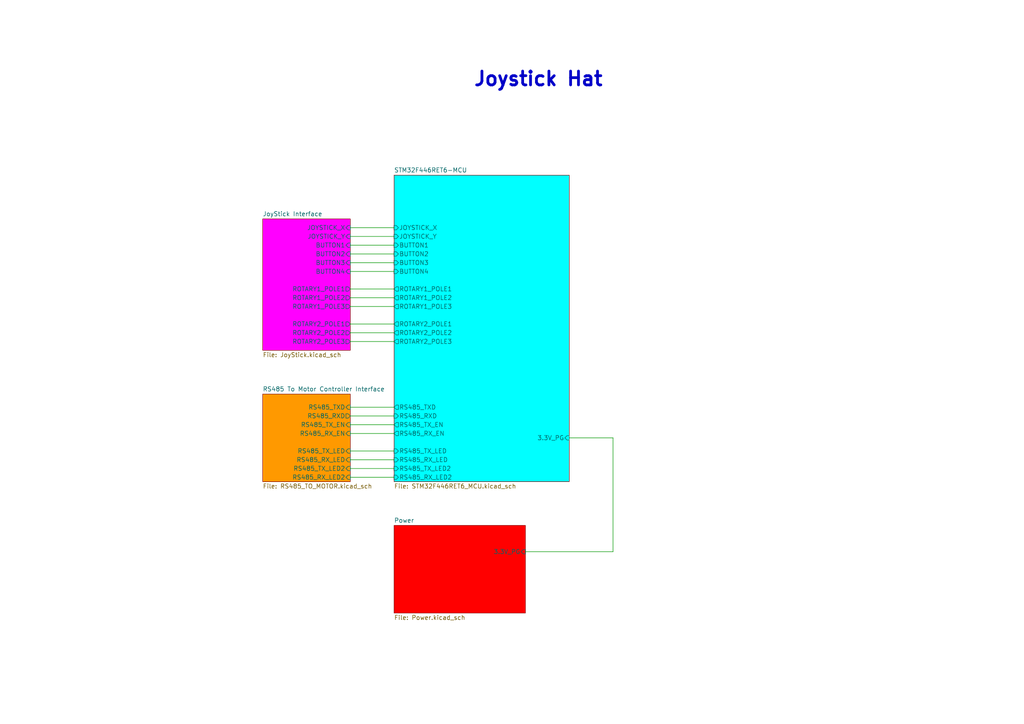
<source format=kicad_sch>
(kicad_sch
	(version 20231120)
	(generator "eeschema")
	(generator_version "8.0")
	(uuid "cf0c81b5-5bdf-47c3-83c0-f6980f515e65")
	(paper "A4")
	(lib_symbols)
	(wire
		(pts
			(xy 177.8 127) (xy 165.1 127)
		)
		(stroke
			(width 0)
			(type default)
		)
		(uuid "02f0fb43-01cb-4626-85c9-9e2e73c733bc")
	)
	(wire
		(pts
			(xy 101.6 138.43) (xy 114.3 138.43)
		)
		(stroke
			(width 0)
			(type default)
		)
		(uuid "11450deb-2669-4517-9ffb-560b76989007")
	)
	(wire
		(pts
			(xy 101.6 83.82) (xy 114.3 83.82)
		)
		(stroke
			(width 0)
			(type default)
		)
		(uuid "2d6e64de-6c2f-425e-bc26-fb43578a734b")
	)
	(wire
		(pts
			(xy 101.6 78.74) (xy 114.3 78.74)
		)
		(stroke
			(width 0)
			(type default)
		)
		(uuid "2d96e2d5-3c69-4908-904b-fbf7d8894604")
	)
	(wire
		(pts
			(xy 101.6 86.36) (xy 114.3 86.36)
		)
		(stroke
			(width 0)
			(type default)
		)
		(uuid "421bdbbb-0d4a-43a7-9a44-5fe932b35aef")
	)
	(wire
		(pts
			(xy 101.6 135.89) (xy 114.3 135.89)
		)
		(stroke
			(width 0)
			(type default)
		)
		(uuid "4f582e21-6f8e-4196-a067-67217011a31b")
	)
	(wire
		(pts
			(xy 101.6 73.66) (xy 114.3 73.66)
		)
		(stroke
			(width 0)
			(type default)
		)
		(uuid "54094dbc-9db7-4ff9-8318-d523e1a45776")
	)
	(wire
		(pts
			(xy 152.4 160.02) (xy 177.8 160.02)
		)
		(stroke
			(width 0)
			(type default)
		)
		(uuid "65026c94-2269-4bd4-af05-4e20724bb3b4")
	)
	(wire
		(pts
			(xy 101.6 71.12) (xy 114.3 71.12)
		)
		(stroke
			(width 0)
			(type default)
		)
		(uuid "6e719d33-98a6-4eb4-b9c1-a2c4bfcc56b8")
	)
	(wire
		(pts
			(xy 101.6 76.2) (xy 114.3 76.2)
		)
		(stroke
			(width 0)
			(type default)
		)
		(uuid "784562e8-84d0-497c-9c19-ebf47593fbde")
	)
	(wire
		(pts
			(xy 177.8 160.02) (xy 177.8 127)
		)
		(stroke
			(width 0)
			(type default)
		)
		(uuid "7deaddaf-b5f1-414b-a39f-7c652e43252d")
	)
	(wire
		(pts
			(xy 101.6 123.19) (xy 114.3 123.19)
		)
		(stroke
			(width 0)
			(type default)
		)
		(uuid "8285f789-732f-4247-9b26-1edb5783dce2")
	)
	(wire
		(pts
			(xy 101.6 133.35) (xy 114.3 133.35)
		)
		(stroke
			(width 0)
			(type default)
		)
		(uuid "858b6487-caac-4dbb-9c51-0e5b8d940145")
	)
	(wire
		(pts
			(xy 101.6 99.06) (xy 114.3 99.06)
		)
		(stroke
			(width 0)
			(type default)
		)
		(uuid "8aa6dbbe-aa12-4a05-9a98-006d1b7e7054")
	)
	(wire
		(pts
			(xy 101.6 118.11) (xy 114.3 118.11)
		)
		(stroke
			(width 0)
			(type default)
		)
		(uuid "8bb60270-3b08-4382-a9fb-05e4210fbced")
	)
	(wire
		(pts
			(xy 101.6 120.65) (xy 114.3 120.65)
		)
		(stroke
			(width 0)
			(type default)
		)
		(uuid "902ab5ab-fd80-48a8-9d35-7a7a41565937")
	)
	(wire
		(pts
			(xy 101.6 130.81) (xy 114.3 130.81)
		)
		(stroke
			(width 0)
			(type default)
		)
		(uuid "92ed87c7-d02f-4389-8deb-71efc3b7b692")
	)
	(wire
		(pts
			(xy 101.6 125.73) (xy 114.3 125.73)
		)
		(stroke
			(width 0)
			(type default)
		)
		(uuid "cd6ac34a-603d-471d-839c-d883e0daebbc")
	)
	(wire
		(pts
			(xy 101.6 66.04) (xy 114.3 66.04)
		)
		(stroke
			(width 0)
			(type default)
		)
		(uuid "ce74e567-af3b-48d1-b969-951ff9fc697d")
	)
	(wire
		(pts
			(xy 101.6 68.58) (xy 114.3 68.58)
		)
		(stroke
			(width 0)
			(type default)
		)
		(uuid "d1230e0b-7b2e-4c8f-b944-02edb45ac468")
	)
	(wire
		(pts
			(xy 101.6 88.9) (xy 114.3 88.9)
		)
		(stroke
			(width 0)
			(type default)
		)
		(uuid "e4069508-da11-416b-9d27-28b6dce61782")
	)
	(wire
		(pts
			(xy 101.6 93.98) (xy 114.3 93.98)
		)
		(stroke
			(width 0)
			(type default)
		)
		(uuid "f9dc7a24-8d9d-4f24-87fe-187536dd8ab5")
	)
	(wire
		(pts
			(xy 101.6 96.52) (xy 114.3 96.52)
		)
		(stroke
			(width 0)
			(type default)
		)
		(uuid "fbe14549-ab53-4597-99a7-bade70984514")
	)
	(text "Joystick Hat"
		(exclude_from_sim no)
		(at 137.16 25.4 0)
		(effects
			(font
				(size 4 4)
				(thickness 0.8)
				(bold yes)
			)
			(justify left bottom)
		)
		(uuid "ecefa86c-4ce4-4c57-8ca4-565873959f53")
	)
	(sheet
		(at 76.2 63.5)
		(size 25.4 38.1)
		(fields_autoplaced yes)
		(stroke
			(width 0.1524)
			(type solid)
		)
		(fill
			(color 255 0 255 1.0000)
		)
		(uuid "657fac1d-f0e2-4536-8020-58a2ff4b82f6")
		(property "Sheetname" "JoyStick Interface"
			(at 76.2 62.7884 0)
			(effects
				(font
					(size 1.27 1.27)
				)
				(justify left bottom)
			)
		)
		(property "Sheetfile" "JoyStick.kicad_sch"
			(at 76.2 102.1846 0)
			(effects
				(font
					(size 1.27 1.27)
				)
				(justify left top)
			)
		)
		(pin "JOYSTICK_X" input
			(at 101.6 66.04 0)
			(effects
				(font
					(size 1.27 1.27)
				)
				(justify right)
			)
			(uuid "8ea38461-ce63-4b32-bc7c-5ff6837ac8fe")
		)
		(pin "JOYSTICK_Y" input
			(at 101.6 68.58 0)
			(effects
				(font
					(size 1.27 1.27)
				)
				(justify right)
			)
			(uuid "42b758ae-7ae0-48cc-88fe-d7ae6435f93a")
		)
		(pin "BUTTON2" input
			(at 101.6 73.66 0)
			(effects
				(font
					(size 1.27 1.27)
				)
				(justify right)
			)
			(uuid "a6210bc2-2771-4354-818b-3c04db7c7d69")
		)
		(pin "BUTTON3" input
			(at 101.6 76.2 0)
			(effects
				(font
					(size 1.27 1.27)
				)
				(justify right)
			)
			(uuid "49310889-c8c3-455e-902a-113db5e78f66")
		)
		(pin "BUTTON4" input
			(at 101.6 78.74 0)
			(effects
				(font
					(size 1.27 1.27)
				)
				(justify right)
			)
			(uuid "239cb8bb-323c-4ce8-9864-11feb5301816")
		)
		(pin "BUTTON1" input
			(at 101.6 71.12 0)
			(effects
				(font
					(size 1.27 1.27)
				)
				(justify right)
			)
			(uuid "cbaf7fef-e395-4383-9c3e-c803826625b3")
		)
		(pin "ROTARY2_POLE1" output
			(at 101.6 93.98 0)
			(effects
				(font
					(size 1.27 1.27)
				)
				(justify right)
			)
			(uuid "aa685638-0a52-49c5-8262-da921b631704")
		)
		(pin "ROTARY1_POLE2" output
			(at 101.6 86.36 0)
			(effects
				(font
					(size 1.27 1.27)
				)
				(justify right)
			)
			(uuid "b265ca1e-1fc2-4b72-9ba9-5aa8ad6cc993")
		)
		(pin "ROTARY2_POLE3" output
			(at 101.6 99.06 0)
			(effects
				(font
					(size 1.27 1.27)
				)
				(justify right)
			)
			(uuid "e330f2de-c093-42b2-8edf-4568486ec392")
		)
		(pin "ROTARY1_POLE1" output
			(at 101.6 83.82 0)
			(effects
				(font
					(size 1.27 1.27)
				)
				(justify right)
			)
			(uuid "197bd868-8460-4735-adce-b79f24e9faf5")
		)
		(pin "ROTARY2_POLE2" output
			(at 101.6 96.52 0)
			(effects
				(font
					(size 1.27 1.27)
				)
				(justify right)
			)
			(uuid "ba281eaf-a38f-469d-9716-89a4f303e54d")
		)
		(pin "ROTARY1_POLE3" output
			(at 101.6 88.9 0)
			(effects
				(font
					(size 1.27 1.27)
				)
				(justify right)
			)
			(uuid "699b118d-ea52-4d8f-86d5-377401b9bcc0")
		)
		(instances
			(project "JoyStick-Hat-V2-Re-Imagined"
				(path "/cf0c81b5-5bdf-47c3-83c0-f6980f515e65"
					(page "7")
				)
			)
		)
	)
	(sheet
		(at 76.2 114.3)
		(size 25.4 25.4)
		(fields_autoplaced yes)
		(stroke
			(width 0.1524)
			(type solid)
		)
		(fill
			(color 255 153 0 1.0000)
		)
		(uuid "82e1f9af-1e5c-4e7f-8d36-34a266d2a8ff")
		(property "Sheetname" "RS485 To Motor Controller Interface"
			(at 76.2 113.5884 0)
			(effects
				(font
					(size 1.27 1.27)
				)
				(justify left bottom)
			)
		)
		(property "Sheetfile" "RS485_TO_MOTOR.kicad_sch"
			(at 76.2 140.2846 0)
			(effects
				(font
					(size 1.27 1.27)
				)
				(justify left top)
			)
		)
		(pin "RS485_TX_EN" input
			(at 101.6 123.19 0)
			(effects
				(font
					(size 1.27 1.27)
				)
				(justify right)
			)
			(uuid "b4d8b353-2005-49df-880f-06ea9736d1fd")
		)
		(pin "RS485_RX_EN" input
			(at 101.6 125.73 0)
			(effects
				(font
					(size 1.27 1.27)
				)
				(justify right)
			)
			(uuid "5742045a-8ce6-4012-b822-033b8155e2c6")
		)
		(pin "RS485_TXD" input
			(at 101.6 118.11 0)
			(effects
				(font
					(size 1.27 1.27)
				)
				(justify right)
			)
			(uuid "66e409dd-3d92-4a9b-98f1-6e26b3308bc7")
		)
		(pin "RS485_RXD" output
			(at 101.6 120.65 0)
			(effects
				(font
					(size 1.27 1.27)
				)
				(justify right)
			)
			(uuid "ddc006d3-6b09-4295-8134-cfd75ab49ddb")
		)
		(pin "RS485_TX_LED" input
			(at 101.6 130.81 0)
			(effects
				(font
					(size 1.27 1.27)
				)
				(justify right)
			)
			(uuid "c1e5f68e-a66b-431e-87c7-4f9fd6b9532d")
		)
		(pin "RS485_RX_LED" input
			(at 101.6 133.35 0)
			(effects
				(font
					(size 1.27 1.27)
				)
				(justify right)
			)
			(uuid "ebc01ac7-245b-4441-96a2-4aab1c957a38")
		)
		(pin "RS485_TX_LED2" input
			(at 101.6 135.89 0)
			(effects
				(font
					(size 1.27 1.27)
				)
				(justify right)
			)
			(uuid "e159afee-a646-47e3-a245-74d6bdd73faa")
		)
		(pin "RS485_RX_LED2" input
			(at 101.6 138.43 0)
			(effects
				(font
					(size 1.27 1.27)
				)
				(justify right)
			)
			(uuid "ea1f6ffc-eb78-4a0e-9e32-f68e6dce49da")
		)
		(instances
			(project "JoyStick-Hat-V2-Re-Imagined"
				(path "/cf0c81b5-5bdf-47c3-83c0-f6980f515e65"
					(page "8")
				)
			)
		)
	)
	(sheet
		(at 114.3 152.4)
		(size 38.1 25.4)
		(fields_autoplaced yes)
		(stroke
			(width 0.1524)
			(type solid)
		)
		(fill
			(color 255 0 0 1.0000)
		)
		(uuid "e93621b0-f51d-4ad7-baf5-6493a8f9cdb5")
		(property "Sheetname" "Power"
			(at 114.3 151.6884 0)
			(effects
				(font
					(size 1.27 1.27)
				)
				(justify left bottom)
			)
		)
		(property "Sheetfile" "Power.kicad_sch"
			(at 114.3 178.3846 0)
			(effects
				(font
					(size 1.27 1.27)
				)
				(justify left top)
			)
		)
		(pin "3.3V_PG" input
			(at 152.4 160.02 0)
			(effects
				(font
					(size 1.27 1.27)
				)
				(justify right)
			)
			(uuid "2f976f36-b0b7-4644-b9af-ec2eb2479e1f")
		)
		(instances
			(project "JoyStick-Hat-V2-Re-Imagined"
				(path "/cf0c81b5-5bdf-47c3-83c0-f6980f515e65"
					(page "5")
				)
			)
		)
	)
	(sheet
		(at 114.3 50.8)
		(size 50.8 88.9)
		(fields_autoplaced yes)
		(stroke
			(width 0.1524)
			(type solid)
		)
		(fill
			(color 0 255 255 1.0000)
		)
		(uuid "edccb318-6986-4250-98d3-482c4b5ba7f8")
		(property "Sheetname" "STM32F446RET6-MCU"
			(at 114.3 50.0884 0)
			(effects
				(font
					(size 1.27 1.27)
				)
				(justify left bottom)
			)
		)
		(property "Sheetfile" "STM32F446RET6_MCU.kicad_sch"
			(at 114.3 140.2846 0)
			(effects
				(font
					(size 1.27 1.27)
				)
				(justify left top)
			)
		)
		(pin "BUTTON1" input
			(at 114.3 71.12 180)
			(effects
				(font
					(size 1.27 1.27)
				)
				(justify left)
			)
			(uuid "c1043199-da6d-44f2-a11b-1a8a2070b9f8")
		)
		(pin "BUTTON3" input
			(at 114.3 76.2 180)
			(effects
				(font
					(size 1.27 1.27)
				)
				(justify left)
			)
			(uuid "28faf07e-026c-468a-a52a-a9cc8c8332b2")
		)
		(pin "BUTTON2" input
			(at 114.3 73.66 180)
			(effects
				(font
					(size 1.27 1.27)
				)
				(justify left)
			)
			(uuid "1b675c90-081b-4567-96bc-e2495baffc8f")
		)
		(pin "BUTTON4" input
			(at 114.3 78.74 180)
			(effects
				(font
					(size 1.27 1.27)
				)
				(justify left)
			)
			(uuid "4fd64b5a-4a2e-4c2b-addd-019ab832c439")
		)
		(pin "JOYSTICK_X" input
			(at 114.3 66.04 180)
			(effects
				(font
					(size 1.27 1.27)
				)
				(justify left)
			)
			(uuid "6bed9b2c-2559-4dc7-bd41-df28f6e5d83b")
		)
		(pin "JOYSTICK_Y" input
			(at 114.3 68.58 180)
			(effects
				(font
					(size 1.27 1.27)
				)
				(justify left)
			)
			(uuid "57920daf-7fc8-43a2-89e8-dd79943391e6")
		)
		(pin "3.3V_PG" input
			(at 165.1 127 0)
			(effects
				(font
					(size 1.27 1.27)
				)
				(justify right)
			)
			(uuid "f9c9f486-7e73-41fd-b3a3-31932c1bcbc9")
		)
		(pin "RS485_TXD" output
			(at 114.3 118.11 180)
			(effects
				(font
					(size 1.27 1.27)
				)
				(justify left)
			)
			(uuid "7ca7efba-1a80-4d2f-95b0-139fce8b895e")
		)
		(pin "RS485_RXD" input
			(at 114.3 120.65 180)
			(effects
				(font
					(size 1.27 1.27)
				)
				(justify left)
			)
			(uuid "c28978ce-859f-4a45-b491-492cadcfdf77")
		)
		(pin "RS485_TX_EN" output
			(at 114.3 123.19 180)
			(effects
				(font
					(size 1.27 1.27)
				)
				(justify left)
			)
			(uuid "35ee7d13-912b-4ad9-a1f8-ae8dbe731d0f")
		)
		(pin "RS485_RX_EN" output
			(at 114.3 125.73 180)
			(effects
				(font
					(size 1.27 1.27)
				)
				(justify left)
			)
			(uuid "e820a4eb-2a98-4807-a6e8-91a2928e66b4")
		)
		(pin "ROTARY2_POLE3" output
			(at 114.3 99.06 180)
			(effects
				(font
					(size 1.27 1.27)
				)
				(justify left)
			)
			(uuid "f8213879-59ad-4258-ae15-e896cec4f140")
		)
		(pin "ROTARY1_POLE1" output
			(at 114.3 83.82 180)
			(effects
				(font
					(size 1.27 1.27)
				)
				(justify left)
			)
			(uuid "91c5d6bd-060e-479e-aa2f-8e195826e836")
		)
		(pin "ROTARY1_POLE2" output
			(at 114.3 86.36 180)
			(effects
				(font
					(size 1.27 1.27)
				)
				(justify left)
			)
			(uuid "54d6c850-2ad5-4018-a490-894357400194")
		)
		(pin "ROTARY1_POLE3" output
			(at 114.3 88.9 180)
			(effects
				(font
					(size 1.27 1.27)
				)
				(justify left)
			)
			(uuid "47be1ab0-ad9d-48ad-bb5d-412cb39d30d4")
		)
		(pin "ROTARY2_POLE2" output
			(at 114.3 96.52 180)
			(effects
				(font
					(size 1.27 1.27)
				)
				(justify left)
			)
			(uuid "bd66d41c-89cc-467e-aedd-b55083beaa1a")
		)
		(pin "ROTARY2_POLE1" output
			(at 114.3 93.98 180)
			(effects
				(font
					(size 1.27 1.27)
				)
				(justify left)
			)
			(uuid "404301e7-edf8-4830-8dbe-39079c8d89f2")
		)
		(pin "RS485_TX_LED" input
			(at 114.3 130.81 180)
			(effects
				(font
					(size 1.27 1.27)
				)
				(justify left)
			)
			(uuid "9dc5012b-6785-4352-9a0a-eb3c35d5dda0")
		)
		(pin "RS485_RX_LED" input
			(at 114.3 133.35 180)
			(effects
				(font
					(size 1.27 1.27)
				)
				(justify left)
			)
			(uuid "156f9ed2-cc2c-4efd-adcf-cbbd0d32c1a5")
		)
		(pin "RS485_RX_LED2" input
			(at 114.3 138.43 180)
			(effects
				(font
					(size 1.27 1.27)
				)
				(justify left)
			)
			(uuid "3bfb49f1-8d99-45d9-b738-c555940e376d")
		)
		(pin "RS485_TX_LED2" input
			(at 114.3 135.89 180)
			(effects
				(font
					(size 1.27 1.27)
				)
				(justify left)
			)
			(uuid "c96effaa-bffd-46f5-b622-f74f54bfd90f")
		)
		(instances
			(project "JoyStick-Hat-V2-Re-Imagined"
				(path "/cf0c81b5-5bdf-47c3-83c0-f6980f515e65"
					(page "2")
				)
			)
		)
	)
	(sheet_instances
		(path "/"
			(page "1")
		)
	)
)

</source>
